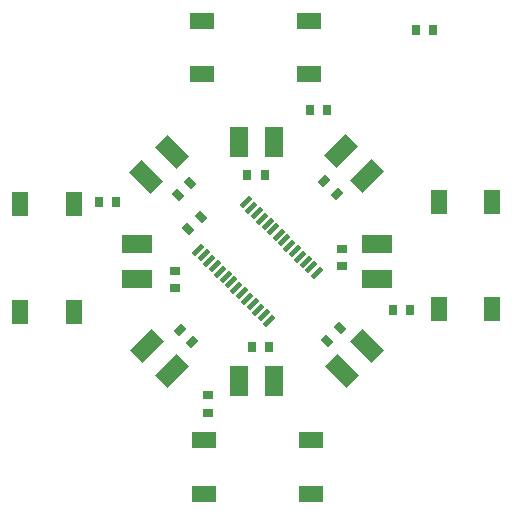
<source format=gtp>
G04*
G04 #@! TF.GenerationSoftware,Altium Limited,Altium Designer,18.1.9 (240)*
G04*
G04 Layer_Color=8421504*
%FSLAX24Y24*%
%MOIN*%
G70*
G01*
G75*
G04:AMPARAMS|DCode=21|XSize=27mil|YSize=35mil|CornerRadius=0mil|HoleSize=0mil|Usage=FLASHONLY|Rotation=225.000|XOffset=0mil|YOffset=0mil|HoleType=Round|Shape=Rectangle|*
%AMROTATEDRECTD21*
4,1,4,-0.0028,0.0219,0.0219,-0.0028,0.0028,-0.0219,-0.0219,0.0028,-0.0028,0.0219,0.0*
%
%ADD21ROTATEDRECTD21*%

%ADD22R,0.0270X0.0350*%
%ADD23R,0.0830X0.0550*%
G04:AMPARAMS|DCode=24|XSize=15.7mil|YSize=43.3mil|CornerRadius=0mil|HoleSize=0mil|Usage=FLASHONLY|Rotation=315.000|XOffset=0mil|YOffset=0mil|HoleType=Round|Shape=Rectangle|*
%AMROTATEDRECTD24*
4,1,4,-0.0209,-0.0097,0.0097,0.0209,0.0209,0.0097,-0.0097,-0.0209,-0.0209,-0.0097,0.0*
%
%ADD24ROTATEDRECTD24*%

%ADD25R,0.0550X0.0830*%
%ADD26R,0.0350X0.0270*%
G04:AMPARAMS|DCode=27|XSize=102mil|YSize=59mil|CornerRadius=0mil|HoleSize=0mil|Usage=FLASHONLY|Rotation=315.000|XOffset=0mil|YOffset=0mil|HoleType=Round|Shape=Rectangle|*
%AMROTATEDRECTD27*
4,1,4,-0.0569,0.0152,-0.0152,0.0569,0.0569,-0.0152,0.0152,-0.0569,-0.0569,0.0152,0.0*
%
%ADD27ROTATEDRECTD27*%

%ADD28R,0.1020X0.0590*%
G04:AMPARAMS|DCode=29|XSize=102mil|YSize=59mil|CornerRadius=0mil|HoleSize=0mil|Usage=FLASHONLY|Rotation=45.000|XOffset=0mil|YOffset=0mil|HoleType=Round|Shape=Rectangle|*
%AMROTATEDRECTD29*
4,1,4,-0.0152,-0.0569,-0.0569,-0.0152,0.0152,0.0569,0.0569,0.0152,-0.0152,-0.0569,0.0*
%
%ADD29ROTATEDRECTD29*%

G04:AMPARAMS|DCode=30|XSize=27mil|YSize=35mil|CornerRadius=0mil|HoleSize=0mil|Usage=FLASHONLY|Rotation=315.000|XOffset=0mil|YOffset=0mil|HoleType=Round|Shape=Rectangle|*
%AMROTATEDRECTD30*
4,1,4,-0.0219,-0.0028,0.0028,0.0219,0.0219,0.0028,-0.0028,-0.0219,-0.0219,-0.0028,0.0*
%
%ADD30ROTATEDRECTD30*%

%ADD31R,0.0590X0.1020*%
D21*
X-1890Y1350D02*
D03*
X-2300Y940D02*
D03*
X-2250Y2490D02*
D03*
X-2660Y2080D02*
D03*
X2335Y-2775D02*
D03*
X2745Y-2365D02*
D03*
D22*
X5290Y7560D02*
D03*
X5870Y7560D02*
D03*
X-5280Y1850D02*
D03*
X-4700Y1850D02*
D03*
X1740Y4910D02*
D03*
X2320Y4910D02*
D03*
X5100Y-1750D02*
D03*
X4520Y-1750D02*
D03*
X-190Y-2990D02*
D03*
X390Y-2990D02*
D03*
X240Y2730D02*
D03*
X-340Y2730D02*
D03*
D23*
X1730Y6115D02*
D03*
X-1850D02*
D03*
X1730Y7885D02*
D03*
X-1850D02*
D03*
X-1790Y-6105D02*
D03*
X1790D02*
D03*
X-1790Y-7875D02*
D03*
X1790D02*
D03*
D24*
X-1784Y64D02*
D03*
X-1603Y-117D02*
D03*
X-1422Y-298D02*
D03*
X-1241Y-479D02*
D03*
X-1060Y-660D02*
D03*
X-879Y-841D02*
D03*
X-698Y-1022D02*
D03*
X-517Y-1203D02*
D03*
X-336Y-1384D02*
D03*
X-155Y-1565D02*
D03*
X26Y-1746D02*
D03*
X207Y-1927D02*
D03*
X388Y-2108D02*
D03*
X-1965Y245D02*
D03*
X-378Y1832D02*
D03*
D03*
X-197Y1651D02*
D03*
X-16Y1470D02*
D03*
X165Y1289D02*
D03*
X346Y1108D02*
D03*
X527Y927D02*
D03*
X708Y746D02*
D03*
X889Y565D02*
D03*
X1070Y384D02*
D03*
X1251Y203D02*
D03*
X1432Y22D02*
D03*
X1613Y-159D02*
D03*
X1793Y-340D02*
D03*
X1974Y-521D02*
D03*
D25*
X6055Y-1740D02*
D03*
Y1840D02*
D03*
X7825Y-1740D02*
D03*
Y1840D02*
D03*
X-6125Y1760D02*
D03*
Y-1820D02*
D03*
X-7895Y1760D02*
D03*
Y-1820D02*
D03*
D26*
X-1640Y-5180D02*
D03*
X-1640Y-4600D02*
D03*
X-2760Y-1040D02*
D03*
X-2760Y-460D02*
D03*
X2830Y-300D02*
D03*
X2830Y280D02*
D03*
D27*
X-2860Y3520D02*
D03*
X-3694Y2686D02*
D03*
X2820Y-3800D02*
D03*
X3654Y-2966D02*
D03*
D28*
X-4020Y450D02*
D03*
Y-730D02*
D03*
X3980D02*
D03*
Y450D02*
D03*
D29*
X-3690Y-2970D02*
D03*
X-2856Y-3804D02*
D03*
X3640Y2700D02*
D03*
X2806Y3534D02*
D03*
D30*
X-2585Y-2415D02*
D03*
X-2175Y-2825D02*
D03*
X2640Y2120D02*
D03*
X2230Y2530D02*
D03*
D31*
X570Y3840D02*
D03*
X-610D02*
D03*
Y-4140D02*
D03*
X570D02*
D03*
M02*

</source>
